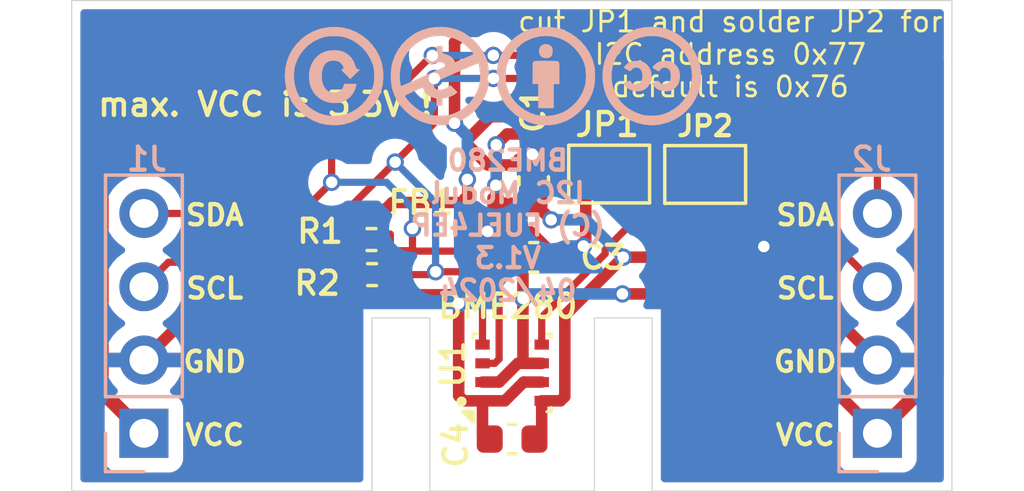
<source format=kicad_pcb>
(kicad_pcb (version 20221018) (generator pcbnew)
  (title_block (title "I2C_Module_BME280_FUEL4EP") (date "2024-04-16") (rev "V1.3") (company "(c) FUEL4EP"))
  (layers (0 "F.Cu" signal) (31 "B.Cu" signal) (34 "B.Paste" user) (35 "F.Paste" user) (36 "B.SilkS" user "B.Silkscreen") (37 "F.SilkS" user "F.Silkscreen") (38 "B.Mask" user) (39 "F.Mask" user) (44 "Edge.Cuts" user))
  (net 0 "")
  (net 1 "VCC")
  (net 2 "GND")
  (net 3 "/SCL")
  (net 4 "/SDA")
  (net 5 "VDDA")
  (net 6 "Net-(JP1-B)")
  (footprint "Capacitor_SMD:C_0603_1608Metric" (layer "F.Cu") (at 16 -10.75 90)
    (fp_text reference "C1" (at 2.45 0 90) (layer "F.SilkS") (effects (font (size 0.8 0.8))))
    (fp_text value "4.7u")
    (fp_line (start -0.14058 -0.51) (end 0.14058 -0.51) (stroke (width 0.12)) (layer "F.SilkS"))
    (fp_line (start -0.14058 0.51) (end 0.14058 0.51) (stroke (width 0.12)) (layer "F.SilkS"))
    (pad "1" smd roundrect (at -0.775 0 90) (size 0.9 0.95) (layers "F.Cu" "F.Paste" "F.Mask") (net 5 "VDDA"))
    (pad "2" smd roundrect (at 0.775 0 90) (size 0.9 0.95) (layers "F.Cu" "F.Paste" "F.Mask") (net 2 "GND"))
  )
  (footprint "Inductor_SMD:L_0402_1005Metric" (layer "F.Cu") (at 14.2 -10)
    (fp_text reference "FB1" (at -2.1 0) (layer "F.SilkS") (effects (font (size 0.8 0.8))))
    (fp_text value "FerriteBead")
    (pad "1" smd roundrect (at -0.485 0) (size 0.59 0.64) (layers "F.Cu" "F.Paste" "F.Mask") (net 1 "VCC"))
    (pad "2" smd roundrect (at 0.485 0) (size 0.59 0.64) (layers "F.Cu" "F.Paste" "F.Mask") (net 5 "VDDA"))
  )
  (footprint "Package_LGA:Bosch_LGA-8_2.5x2.5mm_P0.65mm_ClockwisePinNumbering" (layer "F.Cu") (at 15.25 -4.1 90)
    (fp_text reference "U1" (at 0.3 -2.05 90) (layer "F.SilkS") (effects (font (size 0.8 0.8))))
    (fp_text value "BME280")
    (fp_line (start -1.35 1.35) (end -1.35 1.2) (stroke (width 0.1)) (layer "F.SilkS"))
    (fp_line (start -1.35 1.36) (end -1.2 1.36) (stroke (width 0.1)) (layer "F.SilkS"))
    (fp_line (start 1.2 -1.35) (end 1.35 -1.35) (stroke (width 0.1)) (layer "F.SilkS"))
    (fp_line (start 1.35 -1.35) (end 1.35 -1.2) (stroke (width 0.1)) (layer "F.SilkS"))
    (fp_line (start 1.35 1.35) (end 1.2 1.35) (stroke (width 0.1)) (layer "F.SilkS"))
    (fp_line (start 1.35 1.35) (end 1.35 1.2) (stroke (width 0.1)) (layer "F.SilkS"))
    (fp_poly (pts (xy -1.35 -1.35) (xy -1.71 -1.35) (xy -1.35 -1.71) (xy -1.35 -1.35)) (stroke (width 0.12)) (fill solid) (layer "F.SilkS"))
    (pad "1" smd rect (at -0.975 -1.025 180) (size 0.5 0.35) (layers "F.Cu" "F.Paste" "F.Mask") (net 2 "GND"))
    (pad "2" smd rect (at -0.325 -1.025 180) (size 0.5 0.35) (layers "F.Cu" "F.Paste" "F.Mask") (net 1 "VCC"))
    (pad "3" smd rect (at 0.325 -1.025 180) (size 0.5 0.35) (layers "F.Cu" "F.Paste" "F.Mask") (net 4 "/SDA"))
    (pad "4" smd rect (at 0.975 -1.025 180) (size 0.5 0.35) (layers "F.Cu" "F.Paste" "F.Mask") (net 3 "/SCL"))
    (pad "5" smd rect (at 0.975 1.025 180) (size 0.5 0.35) (layers "F.Cu" "F.Paste" "F.Mask") (net 6 "Net-(JP1-B)"))
    (pad "6" smd rect (at 0.325 1.025 180) (size 0.5 0.35) (layers "F.Cu" "F.Paste" "F.Mask") (net 1 "VCC"))
    (pad "7" smd rect (at -0.325 1.025 180) (size 0.5 0.35) (layers "F.Cu" "F.Paste" "F.Mask") (net 2 "GND"))
    (pad "8" smd rect (at -0.975 1.025 180) (size 0.5 0.35) (layers "F.Cu" "F.Paste" "F.Mask") (net 5 "VDDA"))
  )
  (footprint "Jumper:SolderJumper-2_P1.3mm_Bridged_Pad1.0x1.5mm" (layer "F.Cu") (at 18.61 -10.985)
    (fp_text reference "JP1" (at -0.068 -1.715) (layer "F.SilkS") (effects (font (size 0.8 0.8))))
    (fp_text value "SolderJumper_2_Bridged")
    (fp_poly (pts (xy -0.25 -0.3) (xy 0.25 -0.3) (xy 0.25 0.3) (xy -0.25 0.3)) (fill solid) (layer "F.Cu"))
    (fp_line (start -1.4 -1) (end 1.4 -1) (stroke (width 0.12)) (layer "F.SilkS"))
    (fp_line (start -1.4 1) (end -1.4 -1) (stroke (width 0.12)) (layer "F.SilkS"))
    (fp_line (start 1.4 -1) (end 1.4 1) (stroke (width 0.12)) (layer "F.SilkS"))
    (fp_line (start 1.4 1) (end -1.4 1) (stroke (width 0.12)) (layer "F.SilkS"))
    (pad "1" smd rect (at -0.65 0) (size 1 1.5) (layers "F.Cu" "F.Mask") (net 2 "GND"))
    (pad "2" smd rect (at 0.65 0) (size 1 1.5) (layers "F.Cu" "F.Mask") (net 6 "Net-(JP1-B)"))
  )
  (footprint "Capacitor_SMD:C_0603_1608Metric" (layer "F.Cu") (at 16 -8.1 180)
    (fp_text reference "C3" (at -2.4 0) (layer "F.SilkS") (effects (font (size 0.8 0.8))))
    (fp_text value "100n")
    (fp_line (start -0.14058 -0.51) (end 0.14058 -0.51) (stroke (width 0.12)) (layer "F.SilkS"))
    (fp_line (start -0.14058 0.51) (end 0.14058 0.51) (stroke (width 0.12)) (layer "F.SilkS"))
    (pad "1" smd roundrect (at -0.775 0 180) (size 0.9 0.95) (layers "F.Cu" "F.Paste" "F.Mask") (net 2 "GND"))
    (pad "2" smd roundrect (at 0.775 0 180) (size 0.9 0.95) (layers "F.Cu" "F.Paste" "F.Mask") (net 1 "VCC"))
  )
  (footprint "Resistor_SMD:R_0402_1005Metric" (layer "F.Cu") (at 10.38 -8.715 180)
    (fp_text reference "R1" (at 1.78 0.285) (layer "F.SilkS") (effects (font (size 0.8 0.8))))
    (fp_text value "10k")
    (fp_line (start -0.153641 -0.38) (end 0.153641 -0.38) (stroke (width 0.12)) (layer "F.SilkS"))
    (fp_line (start -0.153641 0.38) (end 0.153641 0.38) (stroke (width 0.12)) (layer "F.SilkS"))
    (pad "1" smd roundrect (at -0.51 0 180) (size 0.54 0.64) (layers "F.Cu" "F.Paste" "F.Mask") (net 4 "/SDA"))
    (pad "2" smd roundrect (at 0.51 0 180) (size 0.54 0.64) (layers "F.Cu" "F.Paste" "F.Mask") (net 1 "VCC"))
  )
  (footprint "Capacitor_SMD:C_0603_1608Metric" (layer "F.Cu") (at 15.25 -1.8)
    (fp_text reference "C4" (at -1.95 0.2 90) (layer "F.SilkS") (effects (font (size 0.8 0.8))))
    (fp_text value "100n")
    (fp_line (start -0.14058 -0.51) (end 0.14058 -0.51) (stroke (width 0.12)) (layer "F.SilkS"))
    (fp_line (start -0.14058 0.51) (end 0.14058 0.51) (stroke (width 0.12)) (layer "F.SilkS"))
    (pad "1" smd roundrect (at -0.775 0) (size 0.9 0.95) (layers "F.Cu" "F.Paste" "F.Mask") (net 2 "GND"))
    (pad "2" smd roundrect (at 0.775 0) (size 0.9 0.95) (layers "F.Cu" "F.Paste" "F.Mask") (net 5 "VDDA"))
  )
  (footprint "Jumper:SolderJumper-2_P1.3mm_Open_Pad1.0x1.5mm" (layer "F.Cu") (at 21.9352 -10.9728)
    (fp_text reference "JP2" (at 0 -1.6764) (layer "F.SilkS") (effects (font (size 0.7 0.7))))
    (fp_text value "SolderJumper_2_Open")
    (fp_line (start -1.4 -1) (end 1.4 -1) (stroke (width 0.12)) (layer "F.SilkS"))
    (fp_line (start -1.4 1) (end -1.4 -1) (stroke (width 0.12)) (layer "F.SilkS"))
    (fp_line (start 1.4 -1) (end 1.4 1) (stroke (width 0.12)) (layer "F.SilkS"))
    (fp_line (start 1.4 1) (end -1.4 1) (stroke (width 0.12)) (layer "F.SilkS"))
    (pad "1" smd rect (at -0.65 0) (size 1 1.5) (layers "F.Cu" "F.Mask") (net 6 "Net-(JP1-B)"))
    (pad "2" smd rect (at 0.65 0) (size 1 1.5) (layers "F.Cu" "F.Mask") (net 5 "VDDA"))
  )
  (footprint "Resistor_SMD:R_0402_1005Metric" (layer "F.Cu") (at 10.4 -7.5 180)
    (fp_text reference "R2" (at 1.9 -0.3) (layer "F.SilkS") (effects (font (size 0.8 0.8))))
    (fp_text value "10k")
    (fp_line (start -0.153641 -0.38) (end 0.153641 -0.38) (stroke (width 0.12)) (layer "F.SilkS"))
    (fp_line (start -0.153641 0.38) (end 0.153641 0.38) (stroke (width 0.12)) (layer "F.SilkS"))
    (pad "1" smd roundrect (at -0.51 0 180) (size 0.54 0.64) (layers "F.Cu" "F.Paste" "F.Mask") (net 3 "/SCL"))
    (pad "2" smd roundrect (at 0.51 0 180) (size 0.54 0.64) (layers "F.Cu" "F.Paste" "F.Mask") (net 1 "VCC"))
  )
  (footprint "Connector_PinHeader_2.54mm:PinHeader_1x04_P2.54mm_Vertical" (layer "B.Cu") (at 2.5 -2)
    (fp_text reference "J1" (at 0.1 -9.5) (layer "B.SilkS") (effects (font (size 0.8 0.8)) (justify mirror)))
    (fp_text value "Conn_01x04")
    (fp_line (start -1.33 -8.95) (end 1.33 -8.95) (stroke (width 0.12)) (layer "B.SilkS"))
    (fp_line (start -1.33 -1.27) (end -1.33 -8.95) (stroke (width 0.12)) (layer "B.SilkS"))
    (fp_line (start -1.33 -1.27) (end 1.33 -1.27) (stroke (width 0.12)) (layer "B.SilkS"))
    (fp_line (start -1.33 0) (end -1.33 1.33) (stroke (width 0.12)) (layer "B.SilkS"))
    (fp_line (start -1.33 1.33) (end 0 1.33) (stroke (width 0.12)) (layer "B.SilkS"))
    (fp_line (start 1.33 -1.27) (end 1.33 -8.95) (stroke (width 0.12)) (layer "B.SilkS"))
    (pad "1" thru_hole rect (at 0 0) (size 1.7 1.7) (drill 1) (layers "*.Cu" "*.Mask") (net 1 "VCC"))
    (pad "2" thru_hole oval (at 0 -2.54) (size 1.7 1.7) (drill 1) (layers "*.Cu" "*.Mask") (net 2 "GND"))
    (pad "3" thru_hole oval (at 0 -5.08) (size 1.7 1.7) (drill 1) (layers "*.Cu" "*.Mask") (net 3 "/SCL"))
    (pad "4" thru_hole oval (at 0 -7.62) (size 1.7 1.7) (drill 1) (layers "*.Cu" "*.Mask") (net 4 "/SDA"))
  )
  (footprint "Connector_PinHeader_2.54mm:PinHeader_1x04_P2.54mm_Vertical" (layer "B.Cu") (at 27.9 -2)
    (fp_text reference "J2" (at -0.2 -9.5) (layer "B.SilkS") (effects (font (size 0.8 0.8)) (justify mirror)))
    (fp_text value "Conn_01x04")
    (fp_line (start -1.33 -8.95) (end 1.33 -8.95) (stroke (width 0.12)) (layer "B.SilkS"))
    (fp_line (start -1.33 -1.27) (end -1.33 -8.95) (stroke (width 0.12)) (layer "B.SilkS"))
    (fp_line (start -1.33 -1.27) (end 1.33 -1.27) (stroke (width 0.12)) (layer "B.SilkS"))
    (fp_line (start -1.33 0) (end -1.33 1.33) (stroke (width 0.12)) (layer "B.SilkS"))
    (fp_line (start -1.33 1.33) (end 0 1.33) (stroke (width 0.12)) (layer "B.SilkS"))
    (fp_line (start 1.33 -1.27) (end 1.33 -8.95) (stroke (width 0.12)) (layer "B.SilkS"))
    (pad "1" thru_hole rect (at 0 0) (size 1.7 1.7) (drill 1) (layers "*.Cu" "*.Mask") (net 1 "VCC"))
    (pad "2" thru_hole oval (at 0 -2.54) (size 1.7 1.7) (drill 1) (layers "*.Cu" "*.Mask") (net 2 "GND"))
    (pad "3" thru_hole oval (at 0 -5.08) (size 1.7 1.7) (drill 1) (layers "*.Cu" "*.Mask") (net 3 "/SCL"))
    (pad "4" thru_hole oval (at 0 -7.62) (size 1.7 1.7) (drill 1) (layers "*.Cu" "*.Mask") (net 4 "/SDA"))
  )
  (footprint "FUEL4EP:CC-BY-ND-SA" (layer "B.Cu") (at 14.6 -14.4 180)
    (fp_text reference "LOGO1" hide)
    (fp_text value "Logo_Open_Hardware_Small" hide)
    (fp_poly (pts (xy -1.758829 1.081206) (xy -1.681066 1.051401) (xy -1.644833 1.023028) (xy -1.602485 0.957461) (xy -1.58392 0.876987) (xy -1.588425 0.792509) (xy -1.615287 0.714933) (xy -1.663794 0.655164) (xy -1.669155 0.651061) (xy -1.734456 0.620972) (xy -1.816263 0.607523) (xy -1.897774 0.612956) (xy -1.917466 0.617925) (xy -1.983336 0.650778) (xy -2.025596 0.704563) (xy -2.046664 0.783464) (xy -2.050143 0.847485) (xy -2.048325 0.914308) (xy -2.040276 0.957618) (xy -2.022101 0.990111) (xy -1.998444 1.016061) (xy -1.928279 1.063325) (xy -1.844821 1.08511) (xy -1.758829 1.081206)) (stroke (width 0.01)) (fill solid) (layer "B.SilkS"))
    (fp_poly (pts (xy -1.684775 0.507665) (xy -1.582561 0.506458) (xy -1.507467 0.504075) (xy -1.454911 0.500211) (xy -1.420315 0.494563) (xy -1.399096 0.486826) (xy -1.389225 0.47949) (xy -1.379373 0.464706) (xy -1.37202 0.4396) (xy -1.366826 0.399396) (xy -1.363449 0.339319) (xy -1.361547 0.254593) (xy -1.36078 0.140441) (xy -1.360715 0.080347) (xy -1.360715 -0.290286) (xy -1.560286 -0.290286) (xy -1.560286 -1.124857) (xy -2.086429 -1.124857) (xy -2.086429 -0.290286) (xy -2.286 -0.290286) (xy -2.286 0.078831) (xy -2.285741 0.204694) (xy -2.284688 0.299273) (xy -2.282423 0.367566) (xy -2.278533 0.414571) (xy -2.272602 0.445289) (xy -2.264213 0.464717) (xy -2.252952 0.477856) (xy -2.252822 0.477974) (xy -2.237759 0.487929) (xy -2.214354 0.495451) (xy -2.17789 0.500868) (xy -2.123652 0.504505) (xy -2.046921 0.506688) (xy -1.942983 0.507744) (xy -1.818689 0.508) (xy -1.684775 0.507665)) (stroke (width 0.01)) (fill solid) (layer "B.SilkS"))
    (fp_poly (pts (xy -5.843953 0.500439) (xy -5.757446 0.482839) (xy -5.749031 0.480035) (xy -5.700535 0.455967) (xy -5.644831 0.418203) (xy -5.590408 0.373943) (xy -5.545751 0.33039) (xy -5.519348 0.294746) (xy -5.515644 0.281973) (xy -5.53052 0.264326) (xy -5.569301 0.236276) (xy -5.623252 0.204088) (xy -5.730645 0.145104) (xy -5.769091 0.199097) (xy -5.828835 0.254083) (xy -5.904 0.280239) (xy -5.984781 0.27482) (xy -6.009283 0.266361) (xy -6.072088 0.228314) (xy -6.113801 0.172277) (xy -6.13806 0.091943) (xy -6.14572 0.029835) (xy -6.145108 -0.086167) (xy -6.121607 -0.177082) (xy -6.074001 -0.246926) (xy -6.057111 -0.262478) (xy -5.991622 -0.298108) (xy -5.916913 -0.309361) (xy -5.843584 -0.297538) (xy -5.782234 -0.263942) (xy -5.750213 -0.224782) (xy -5.728724 -0.194672) (xy -5.701887 -0.184365) (xy -5.662118 -0.194242) (xy -5.601833 -0.224686) (xy -5.587104 -0.233015) (xy -5.49678 -0.284602) (xy -5.571814 -0.369845) (xy -5.658971 -0.452843) (xy -5.751414 -0.505228) (xy -5.859562 -0.531957) (xy -5.923643 -0.537288) (xy -5.996805 -0.538034) (xy -6.063044 -0.534665) (xy -6.105072 -0.528499) (xy -6.218229 -0.481018) (xy -6.316183 -0.404686) (xy -6.391717 -0.306046) (xy -6.422688 -0.240452) (xy -6.45238 -0.117926) (xy -6.458053 0.016497) (xy -6.439748 0.147547) (xy -6.421555 0.207195) (xy -6.373897 0.296042) (xy -6.303931 0.37868) (xy -6.221605 0.445362) (xy -6.136867 0.486341) (xy -6.136564 0.486432) (xy -6.049851 0.502506) (xy -5.946868 0.507085) (xy -5.843953 0.500439)) (stroke (width 0.01)) (fill solid) (layer "B.SilkS"))
    (fp_poly (pts (xy -4.925138 0.505796) (xy -4.81855 0.491246) (xy -4.726924 0.463993) (xy -4.693669 0.447651) (xy -4.639115 0.409823) (xy -4.588988 0.365166) (xy -4.550081 0.321093) (xy -4.529184 0.285019) (xy -4.529165 0.268063) (xy -4.549131 0.252659) (xy -4.592001 0.22733) (xy -4.641358 0.20123) (xy -4.744357 0.149271) (xy -4.777776 0.193653) (xy -4.817814 0.232366) (xy -4.869336 0.265727) (xy -4.872397 0.267221) (xy -4.947499 0.28463) (xy -5.023094 0.271287) (xy -5.087866 0.230532) (xy -5.116265 0.195244) (xy -5.152204 0.107439) (xy -5.165591 0.007448) (xy -5.157294 -0.093932) (xy -5.128182 -0.185902) (xy -5.079925 -0.256867) (xy -5.0414 -0.288969) (xy -4.999968 -0.304281) (xy -4.939733 -0.308413) (xy -4.93386 -0.308429) (xy -4.874027 -0.305564) (xy -4.833513 -0.292248) (xy -4.795506 -0.2614) (xy -4.777066 -0.242382) (xy -4.714776 -0.176335) (xy -4.624054 -0.218826) (xy -4.57219 -0.244896) (xy -4.535268 -0.266765) (xy -4.524183 -0.276124) (xy -4.527781 -0.301789) (xy -4.554432 -0.341255) (xy -4.597453 -0.387528) (xy -4.650161 -0.433616) (xy -4.705872 -0.472524) (xy -4.719126 -0.480114) (xy -4.824046 -0.520178) (xy -4.944788 -0.539238) (xy -5.06673 -0.536033) (xy -5.152572 -0.517493) (xy -5.26254 -0.463284) (xy -5.353645 -0.37893) (xy -5.418378 -0.277249) (xy -5.44427 -0.218917) (xy -5.459545 -0.165976) (xy -5.466834 -0.104803) (xy -5.468772 -0.021776) (xy -5.468776 -0.016534) (xy -5.467255 0.066199) (xy -5.460852 0.126179) (xy -5.446806 0.176873) (xy -5.422354 0.231753) (xy -5.414807 0.246699) (xy -5.344396 0.350781) (xy -5.253868 0.432217) (xy -5.150323 0.484924) (xy -5.12913 0.49136) (xy -5.03317 0.506286) (xy -4.925138 0.505796)) (stroke (width 0.01)) (fill solid) (layer "B.SilkS"))
    (fp_poly (pts (xy 5.631663 0.869092) (xy 5.756036 0.849657) (xy 5.808844 0.835608) (xy 5.958363 0.770394) (xy 6.089457 0.675837) (xy 6.199517 0.555252) (xy 6.285937 0.411952) (xy 6.346109 0.249251) (xy 6.371997 0.119868) (xy 6.382633 -0.074657) (xy 6.361671 -0.257556) (xy 6.30983 -0.425875) (xy 6.227827 -0.576658) (xy 6.190782 -0.626424) (xy 6.067105 -0.752147) (xy 5.923981 -0.84844) (xy 5.76494 -0.913961) (xy 5.593512 -0.947365) (xy 5.413228 -0.947307) (xy 5.363715 -0.941412) (xy 5.210463 -0.901754) (xy 5.07216 -0.831164) (xy 4.952761 -0.733294) (xy 4.856223 -0.611792) (xy 4.786504 -0.470308) (xy 4.76108 -0.385536) (xy 4.738558 -0.290286) (xy 5.166406 -0.290286) (xy 5.186431 -0.36981) (xy 5.221372 -0.44617) (xy 5.280267 -0.514618) (xy 5.351973 -0.56355) (xy 5.384225 -0.575773) (xy 5.429607 -0.583324) (xy 5.494601 -0.588232) (xy 5.54443 -0.589337) (xy 5.653061 -0.574945) (xy 5.743656 -0.530985) (xy 5.819732 -0.455288) (xy 5.858714 -0.395772) (xy 5.906243 -0.285879) (xy 5.934892 -0.161405) (xy 5.945233 -0.02991) (xy 5.937837 0.101048) (xy 5.913276 0.223909) (xy 5.872121 0.331115) (xy 5.814946 0.415105) (xy 5.795987 0.433571) (xy 5.706483 0.489204) (xy 5.600325 0.518149) (xy 5.48637 0.519526) (xy 5.373472 0.492452) (xy 5.341462 0.478806) (xy 5.280718 0.435252) (xy 5.227647 0.371815) (xy 5.192726 0.302371) (xy 5.18568 0.272521) (xy 5.188127 0.238198) (xy 5.214096 0.221725) (xy 5.230231 0.218092) (xy 5.249984 0.213251) (xy 5.258418 0.204984) (xy 5.252666 0.188932) (xy 5.229859 0.160738) (xy 5.187131 0.116041) (xy 5.121614 0.050484) (xy 5.116838 0.045735) (xy 4.953 -0.117172) (xy 4.78912 0.045735) (xy 4.625239 0.208643) (xy 4.684798 0.217714) (xy 4.72315 0.227831) (xy 4.746464 0.250297) (xy 4.764522 0.295733) (xy 4.768339 0.308429) (xy 4.831988 0.475308) (xy 4.916613 0.61287) (xy 5.022946 0.72191) (xy 5.151719 0.803223) (xy 5.263314 0.846445) (xy 5.371321 0.867763) (xy 5.498764 0.875219) (xy 5.631663 0.869092)) (stroke (width 0.01)) (fill solid) (layer "B.SilkS"))
    (fp_poly (pts (xy -5.209548 1.665688) (xy -5.011275 1.624538) (xy -4.972053 1.612777) (xy -4.7484 1.523512) (xy -4.539651 1.404256) (xy -4.349534 1.258324) (xy -4.181776 1.089031) (xy -4.040104 0.899692) (xy -3.928245 0.693624) (xy -3.921431 0.678206) (xy -3.84411 0.458242) (xy -3.797539 0.228325) (xy -3.781301 -0.006356) (xy -3.794982 -0.240611) (xy -3.838168 -0.469251) (xy -3.910442 -0.687086) (xy -4.01139 -0.888927) (xy -4.051842 -0.9525) (xy -4.199518 -1.140499) (xy -4.371038 -1.305048) (xy -4.562485 -1.444516) (xy -4.769941 -1.557273) (xy -4.989492 -1.641687) (xy -5.217219 -1.696128) (xy -5.449207 -1.718963) (xy -5.681539 -1.708563) (xy -5.814786 -1.686684) (xy -6.061183 -1.617314) (xy -6.28875 -1.516971) (xy -6.496853 -1.386071) (xy -6.684853 -1.22503) (xy -6.852113 -1.034264) (xy -6.887783 -0.985947) (xy -7.009938 -0.784507) (xy -7.101444 -0.567448) (xy -7.161776 -0.339383) (xy -7.190409 -0.104923) (xy -7.188641 0.011407) (xy -6.882572 0.011407) (xy -6.870738 -0.196538) (xy -6.826092 -0.401799) (xy -6.748416 -0.601129) (xy -6.637496 -0.79128) (xy -6.579925 -0.86891) (xy -6.433303 -1.025609) (xy -6.261635 -1.160442) (xy -6.07167 -1.269028) (xy -5.87016 -1.346981) (xy -5.823857 -1.359867) (xy -5.67923 -1.385972) (xy -5.516996 -1.396701) (xy -5.351947 -1.392064) (xy -5.198876 -1.372073) (xy -5.142581 -1.359329) (xy -4.989449 -1.307458) (xy -4.830059 -1.232836) (xy -4.678485 -1.142765) (xy -4.568807 -1.061597) (xy -4.415184 -0.911264) (xy -4.289824 -0.740698) (xy -4.193725 -0.553611) (xy -4.12789 -0.353716) (xy -4.093317 -0.144726) (xy -4.091008 0.069647) (xy -4.121961 0.285689) (xy -4.164746 0.438252) (xy -4.237973 0.612176) (xy -4.336239 0.772571) (xy -4.464267 0.926713) (xy -4.516151 0.979714) (xy -4.684396 1.123003) (xy -4.865355 1.233195) (xy -5.061537 1.311404) (xy -5.275449 1.358743) (xy -5.400447 1.371946) (xy -5.62394 1.369882) (xy -5.839153 1.333056) (xy -6.043454 1.26245) (xy -6.234208 1.159049) (xy -6.408782 1.023834) (xy -6.457106 0.977712) (xy -6.606097 0.805066) (xy -6.723355 0.618865) (xy -6.808664 0.422356) (xy -6.861809 0.218788) (xy -6.882572 0.011407) (xy -7.188641 0.011407) (xy -7.186817 0.131323) (xy -7.150476 0.364741) (xy -7.080859 0.590721) (xy -7.070352 0.616857) (xy -6.960716 0.837412) (xy -6.822852 1.039041) (xy -6.659913 1.218727) (xy -6.475054 1.373451) (xy -6.271427 1.500196) (xy -6.052187 1.595945) (xy -6.044305 1.598686) (xy -5.850616 1.649898) (xy -5.639843 1.678229) (xy -5.422613 1.683539) (xy -5.209548 1.665688)) (stroke (width 0.01)) (fill solid) (layer "B.SilkS"))
    (fp_poly (pts (xy 5.670842 1.677935) (xy 5.915989 1.63849) (xy 6.050643 1.601909) (xy 6.269262 1.514938) (xy 6.474607 1.395684) (xy 6.663296 1.246777) (xy 6.831945 1.070844) (xy 6.962883 0.892993) (xy 7.071921 0.691595) (xy 7.150769 0.474874) (xy 7.199461 0.247583) (xy 7.218029 0.014479) (xy 7.206508 -0.219682) (xy 7.164931 -0.450144) (xy 7.09333 -0.672153) (xy 6.99174 -0.880951) (xy 6.949976 -0.948698) (xy 6.811165 -1.129568) (xy 6.644386 -1.293309) (xy 6.455571 -1.435725) (xy 6.250655 -1.552615) (xy 6.035573 -1.639782) (xy 5.930782 -1.669753) (xy 5.763154 -1.700578) (xy 5.581777 -1.715724) (xy 5.400261 -1.714879) (xy 5.232217 -1.697733) (xy 5.17534 -1.687012) (xy 4.941487 -1.621211) (xy 4.729088 -1.529022) (xy 4.533181 -1.407644) (xy 4.348806 -1.254278) (xy 4.270165 -1.176054) (xy 4.111735 -0.985678) (xy 3.986368 -0.780431) (xy 3.894291 -0.560879) (xy 3.83573 -0.327589) (xy 3.810911 -0.08113) (xy 3.81 -0.02224) (xy 3.810835 -0.007953) (xy 4.121254 -0.007953) (xy 4.124758 -0.146854) (xy 4.13872 -0.270671) (xy 4.144659 -0.301355) (xy 4.206645 -0.50465) (xy 4.299913 -0.695355) (xy 4.420897 -0.8702) (xy 4.566033 -1.025918) (xy 4.731755 -1.159241) (xy 4.914498 -1.2669) (xy 5.110698 -1.345626) (xy 5.316789 -1.392153) (xy 5.337499 -1.394872) (xy 5.49535 -1.403679) (xy 5.664778 -1.395219) (xy 5.826203 -1.370751) (xy 5.869071 -1.360751) (xy 6.056878 -1.295399) (xy 6.239622 -1.198982) (xy 6.410435 -1.076679) (xy 6.562449 -0.933665) (xy 6.688794 -0.775117) (xy 6.727552 -0.713739) (xy 6.813562 -0.533659) (xy 6.872816 -0.335649) (xy 6.904311 -0.127345) (xy 6.907043 0.083619) (xy 6.880007 0.28961) (xy 6.866866 0.345744) (xy 6.799893 0.535577) (xy 6.701334 0.717408) (xy 6.575816 0.885598) (xy 6.42796 1.034507) (xy 6.262392 1.158496) (xy 6.147519 1.223027) (xy 6.017285 1.282756) (xy 5.90246 1.32426) (xy 5.790443 1.350436) (xy 5.668632 1.364183) (xy 5.524424 1.3684) (xy 5.515428 1.368413) (xy 5.338795 1.361192) (xy 5.184248 1.337577) (xy 5.040251 1.29482) (xy 4.895269 1.230173) (xy 4.862285 1.212842) (xy 4.682817 1.096421) (xy 4.520049 0.951294) (xy 4.378505 0.782938) (xy 4.262708 0.596828) (xy 4.17718 0.398441) (xy 4.168965 0.373438) (xy 4.143811 0.264774) (xy 4.127756 0.133449) (xy 4.121254 -0.007953) (xy 3.810835 -0.007953) (xy 3.824302 0.222432) (xy 3.868255 0.448631) (xy 3.94343 0.660866) (xy 4.051396 0.863645) (xy 4.182697 1.047804) (xy 4.349783 1.228665) (xy 4.537058 1.380734) (xy 4.741512 1.503119) (xy 4.960129 1.594925) (xy 5.189899 1.655259) (xy 5.427807 1.683227) (xy 5.670842 1.677935)) (stroke (width 0.01)) (fill solid) (layer "B.SilkS"))
    (fp_poly (pts (xy -1.636143 1.67626) (xy -1.403079 1.637746) (xy -1.179769 1.568814) (xy -0.986833 1.478224) (xy -0.779738 1.342441) (xy -0.59637 1.181093) (xy -0.43897 0.997087) (xy -0.309774 0.793329) (xy -0.211024 0.572727) (xy -0.159912 0.40461) (xy -0.134681 0.264319) (xy -0.120853 0.10248) (xy -0.118435 -0.06821) (xy -0.127432 -0.235057) (xy -0.147849 -0.385362) (xy -0.159515 -0.439225) (xy -0.230871 -0.66252) (xy -0.33074 -0.8663) (xy -0.461523 -1.054705) (xy -0.61078 -1.2176) (xy -0.806204 -1.384306) (xy -1.015784 -1.517926) (xy -1.241457 -1.619542) (xy -1.437722 -1.679217) (xy -1.538577 -1.697202) (xy -1.66278 -1.709235) (xy -1.797834 -1.714997) (xy -1.931241 -1.71417) (xy -2.050505 -1.706436) (xy -2.119685 -1.696588) (xy -2.351131 -1.637328) (xy -2.562754 -1.551066) (xy -2.759209 -1.435249) (xy -2.945147 -1.287321) (xy -3.050044 -1.185764) (xy -3.208286 -1.001506) (xy -3.33287 -0.808922) (xy -3.426197 -0.603741) (xy -3.482731 -0.416289) (xy -3.501917 -0.306727) (xy -3.514317 -0.173881) (xy -3.519754 -0.029675) (xy -3.519671 -0.022607) (xy -3.211167 -0.022607) (xy -3.204215 -0.178655) (xy -3.183128 -0.319429) (xy -3.177241 -0.344413) (xy -3.107204 -0.548893) (xy -3.004823 -0.74173) (xy -2.873454 -0.917767) (xy -2.716456 -1.071846) (xy -2.689246 -1.094066) (xy -2.577706 -1.177798) (xy -2.476587 -1.241164) (xy -2.372813 -1.291442) (xy -2.256932 -1.334699) (xy -2.05299 -1.384973) (xy -1.838685 -1.40412) (xy -1.622769 -1.391855) (xy -1.460643 -1.360751) (xy -1.271461 -1.294796) (xy -1.089039 -1.197656) (xy -0.919259 -1.074171) (xy -0.768003 -0.929184) (xy -0.641153 -0.767536) (xy -0.553937 -0.614403) (xy -0.500362 -0.489954) (xy -0.463582 -0.374559) (xy -0.441035 -0.25607) (xy -0.430159 -0.122342) (xy -0.428125 -0.018143) (xy -0.431493 0.126899) (xy -0.444246 0.248906) (xy -0.469301 0.360547) (xy -0.509572 0.474491) (xy -0.567975 0.603408) (xy -0.57396 0.615647) (xy -0.614333 0.693833) (xy -0.653441 0.758067) (xy -0.698448 0.817893) (xy -0.756517 0.882857) (xy -0.832654 0.960361) (xy -0.926642 1.050032) (xy -1.00769 1.118049) (xy -1.084943 1.171551) (xy -1.15225 1.209794) (xy -1.360218 1.29886) (xy -1.576631 1.354014) (xy -1.797434 1.374956) (xy -2.018577 1.361389) (xy -2.236007 1.313013) (xy -2.293345 1.294018) (xy -2.476559 1.21055) (xy -2.649753 1.09605) (xy -2.808183 0.955386) (xy -2.947102 0.793426) (xy -3.061764 0.615039) (xy -3.147424 0.425093) (xy -3.151415 0.413789) (xy -3.184347 0.285953) (xy -3.204404 0.136375) (xy -3.211167 -0.022607) (xy -3.519671 -0.022607) (xy -3.518052 0.113967) (xy -3.509036 0.24512) (xy -3.493989 0.345158) (xy -3.427876 0.571279) (xy -3.329181 0.786611) (xy -3.200928 0.987354) (xy -3.046142 1.169705) (xy -2.867847 1.329863) (xy -2.669069 1.464024) (xy -2.556978 1.523035) (xy -2.339379 1.607745) (xy -2.109742 1.661415) (xy -1.873514 1.684202) (xy -1.636143 1.67626)) (stroke (width 0.01)) (fill solid) (layer "B.SilkS"))
    (fp_poly (pts (xy 2.004497 1.677952) (xy 2.239964 1.640843) (xy 2.466241 1.573957) (xy 2.677838 1.477988) (xy 2.781126 1.416245) (xy 2.980099 1.265197) (xy 3.152477 1.090769) (xy 3.296565 0.895326) (xy 3.41067 0.681233) (xy 3.493097 0.450855) (xy 3.504902 0.405983) (xy 3.530828 0.262819) (xy 3.544851 0.098346) (xy 3.546966 -0.074642) (xy 3.53717 -0.24335) (xy 3.515455 -0.394984) (xy 3.505228 -0.440896) (xy 3.435023 -0.661014) (xy 3.337718 -0.86115) (xy 3.210384 -1.046302) (xy 3.050096 -1.221468) (xy 3.045444 -1.225952) (xy 2.879178 -1.371149) (xy 2.711865 -1.486251) (xy 2.534883 -1.576649) (xy 2.404276 -1.626876) (xy 2.175011 -1.687526) (xy 1.937941 -1.717256) (xy 1.701738 -1.715379) (xy 1.542143 -1.695) (xy 1.316831 -1.636381) (xy 1.100807 -1.54555) (xy 0.897824 -1.425774) (xy 0.711631 -1.280321) (xy 0.54598 -1.112458) (xy 0.404622 -0.925453) (xy 0.291308 -0.722574) (xy 0.221183 -0.544286) (xy 0.187458 -0.42911) (xy 0.16476 -0.32333) (xy 0.151773 -0.215805) (xy 0.147183 -0.09539) (xy 0.148609 -0.012653) (xy 0.453886 -0.012653) (xy 0.462432 -0.189028) (xy 0.489328 -0.345411) (xy 0.537478 -0.494643) (xy 0.588379 -0.607786) (xy 0.705747 -0.806105) (xy 0.847631 -0.977745) (xy 1.014726 -1.123399) (xy 1.207726 -1.243761) (xy 1.244985 -1.262654) (xy 1.356604 -1.313919) (xy 1.456625 -1.350444) (xy 1.555093 -1.37419) (xy 1.662052 -1.387115) (xy 1.787548 -1.391182) (xy 1.895928 -1.389701) (xy 2.011783 -1.385462) (xy 2.100421 -1.378873) (xy 2.170889 -1.368794) (xy 2.232236 -1.354087) (xy 2.267465 -1.342897) (xy 2.432452 -1.278043) (xy 2.575614 -1.201601) (xy 2.708674 -1.106262) (xy 2.843352 -0.984717) (xy 2.846005 -0.982105) (xy 2.924337 -0.900668) (xy 2.987461 -0.826668) (xy 3.032432 -0.764215) (xy 3.056307 -0.717421) (xy 3.056142 -0.690396) (xy 3.055431 -0.689619) (xy 3.03471 -0.677732) (xy 2.987457 -0.654544) (xy 2.920282 -0.623012) (xy 2.839792 -0.586097) (xy 2.752595 -0.546758) (xy 2.6653 -0.507955) (xy 2.584516 -0.472646) (xy 2.516849 -0.443792) (xy 2.468909 -0.424352) (xy 2.447347 -0.417286) (xy 2.433463 -0.432531) (xy 2.416458 -0.469726) (xy 2.4147 -0.474635) (xy 2.361869 -0.573238) (xy 2.279408 -0.658617) (xy 2.172931 -0.726175) (xy 2.054208 -0.769775) (xy 1.9685 -0.791694) (xy 1.966376 -0.917454) (xy 1.964253 -1.043214) (xy 1.768928 -1.043214) (xy 1.758358 -0.78466) (xy 1.651666 -0.772589) (xy 1.556675 -0.75144) (xy 1.45191 -0.711814) (xy 1.353461 -0.660683) (xy 1.289366 -0.615597) (xy 1.245231 -0.578461) (xy 1.365851 -0.457841) (xy 1.486471 -0.337222) (xy 1.52814 -0.376367) (xy 1.599844 -0.42682) (xy 1.688433 -0.464262) (xy 1.784297 -0.487079) (xy 1.877826 -0.493657) (xy 1.959408 -0.482382) (xy 2.012083 -0.457629) (xy 2.041772 -0.429061) (xy 2.055706 -0.392767) (xy 2.059214 -0.334737) (xy 2.059214 -0.33372) (xy 2.057109 -0.27913) (xy 2.04614 -0.247513) (xy 2.019323 -0.225605) (xy 1.995714 -0.213102) (xy 1.944855 -0.188646) (xy 1.869545 -0.153905) (xy 1.773873 -0.110654) (xy 1.661926 -0.06067) (xy 1.537793 -0.005728) (xy 1.40556 0.052397) (xy 1.269315 0.111929) (xy 1.133145 0.171093) (xy 1.00114 0.228113) (xy 0.877385 0.281213) (xy 0.765969 0.328618) (xy 0.67098 0.368552) (xy 0.596505 0.39924) (xy 0.546631 0.418906) (xy 0.525446 0.425775) (xy 0.525079 0.4257) (xy 0.509594 0.399671) (xy 0.493846 0.345314) (xy 0.479123 0.270558) (xy 0.466712 0.183325) (xy 0.457899 0.091544) (xy 0.453974 0.003139) (xy 0.453886 -0.012653) (xy 0.148609 -0.012653) (xy 0.149673 0.049056) (xy 0.150016 0.058632) (xy 0.170045 0.288086) (xy 0.213987 0.494986) (xy 0.284269 0.686021) (xy 0.321729 0.754798) (xy 0.68963 0.754798) (xy 0.705166 0.738069) (xy 0.745722 0.713385) (xy 0.802544 0.686068) (xy 0.803022 0.685861) (xy 0.866491 0.658202) (xy 0.951129 0.621009) (xy 1.044976 0.579548) (xy 1.120374 0.54608) (xy 1.324534 0.455224) (xy 1.36126 0.527213) (xy 1.426479 0.615262) (xy 1.522788 0.685016) (xy 1.649796 0.736222) (xy 1.709964 0.751645) (xy 1.736079 0.759245) (xy 1.750997 0.7733) (xy 1.75785 0.802453) (xy 1.759769 0.855343) (xy 1.759857 0.889346) (xy 1.759857 1.016) (xy 1.959428 1.016) (xy 1.959428 0.763644) (xy 2.027464 0.752492) (xy 2.110114 0.733338) (xy 2.198444 0.703976) (xy 2.279314 0.669466) (xy 2.339584 0.634867) (xy 2.346385 0.629703) (xy 2.396383 0.589643) (xy 2.177621 0.373537) (xy 2.091696 0.415283) (xy 1.999013 0.449818) (xy 1.906475 0.465989) (xy 1.820922 0.464512) (xy 1.749195 0.446104) (xy 1.698134 0.411481) (xy 1.67656 0.371796) (xy 1.67292 0.330936) (xy 1.68045 0.308027) (xy 1.70022 0.297221) (xy 1.749075 0.273733) (xy 1.822903 0.23939) (xy 1.917596 0.196024) (xy 2.029046 0.145462) (xy 2.153142 0.089536) (xy 2.285775 0.030073) (xy 2.422837 -0.031096) (xy 2.560218 -0.092142) (xy 2.693809 -0.151236) (xy 2.819501 -0.206547) (xy 2.933184 -0.256248) (xy 3.03075 -0.298508) (xy 3.108089 -0.331498) (xy 3.161091 -0.353388) (xy 3.185649 -0.362349) (xy 3.186492 -0.362469) (xy 3.204742 -0.347183) (xy 3.217829 -0.312964) (xy 3.240011 -0.150735) (xy 3.242527 0.027907) (xy 3.226174 0.209412) (xy 3.191753 0.38023) (xy 3.173303 0.441931) (xy 3.098341 0.614798) (xy 2.992572 0.78221) (xy 2.861473 0.938372) (xy 2.710522 1.077488) (xy 2.545195 1.193762) (xy 2.385748 1.275307) (xy 2.183792 1.341028) (xy 1.972543 1.3741) (xy 1.757563 1.374978) (xy 1.544415 1.344119) (xy 1.338661 1.281978) (xy 1.145866 1.189011) (xy 1.116601 1.171312) (xy 1.060957 1.132024) (xy 0.994994 1.07838) (xy 0.924194 1.01573) (xy 0.854044 0.949424) (xy 0.790028 0.884813) (xy 0.737631 0.827246) (xy 0.702338 0.782075) (xy 0.68963 0.754798) (xy 0.321729 0.754798) (xy 0.383319 0.867877) (xy 0.505043 1.036698) (xy 0.651739 1.197408) (xy 0.818283 1.341616) (xy 0.997318 1.464061) (xy 1.181489 1.559483) (xy 1.297846 1.603681) (xy 1.527949 1.660064) (xy 1.765329 1.68459) (xy 2.004497 1.677952)) (stroke (width 0.01)) (fill solid) (layer "B.SilkS"))
  )
  (gr_circle (center 13.5 -3.1) (end 13.6 -3.1) (stroke (width 0.1524)) (fill solid) (layer "F.SilkS"))
  (gr_line (start 10.4 0) (end 0 0) (stroke (width 0.0381)) (layer "Edge.Cuts"))
  (gr_line (start 20.1 -6) (end 18.1 -6) (stroke (width 0.0381)) (layer "Edge.Cuts"))
  (gr_line (start 10.4 -6) (end 12.4 -6) (stroke (width 0.0381)) (layer "Edge.Cuts"))
  (gr_line (start 20.1 0) (end 20.1 -6) (stroke (width 0.0381)) (layer "Edge.Cuts"))
  (gr_line (start 10.4 0) (end 10.4 -6) (stroke (width 0.0381)) (layer "Edge.Cuts"))
  (gr_line (start 30.48 0) (end 20.1 0) (stroke (width 0.0381)) (layer "Edge.Cuts"))
  (gr_line (start 0 -17) (end 0 0) (stroke (width 0.0381)) (layer "Edge.Cuts"))
  (gr_line (start 0 -17) (end 30.48 -17) (stroke (width 0.0381)) (layer "Edge.Cuts"))
  (gr_line (start 18.1 0) (end 12.4 0) (stroke (width 0.0381)) (layer "Edge.Cuts"))
  (gr_line (start 12.4 -6) (end 12.4 0) (stroke (width 0.0381)) (layer "Edge.Cuts"))
  (gr_line (start 18.1 -6) (end 18.1 0) (stroke (width 0.0381)) (layer "Edge.Cuts"))
  (gr_line (start 30.48 -17) (end 30.48 0) (stroke (width 0.0381)) (layer "Edge.Cuts"))
  (gr_text "BME280\nI2C Modul\n(C) FUEL4EP\nV1.3\n04/2024" (at 15.1 -9.2) (layer "B.SilkS") (effects (font (size 0.7 0.7) (thickness 0.1524)) (justify mirror)))
  (gr_text "SCL\n" (at 4.953 -7.02) (layer "F.SilkS") (effects (font (size 0.7 0.7))))
  (gr_text "SDA" (at 25.4 -9.56) (layer "F.SilkS") (effects (font (size 0.7 0.7))))
  (gr_text "GND\n" (at 25.4 -4.48) (layer "F.SilkS") (effects (font (size 0.7 0.7))))
  (gr_text "GND\n" (at 4.953 -4.48) (layer "F.SilkS") (effects (font (size 0.7 0.7))))
  (gr_text "SCL\n" (at 25.4 -7.02) (layer "F.SilkS") (effects (font (size 0.7 0.7))))
  (gr_text "VCC\n" (at 4.953 -1.94) (layer "F.SilkS") (effects (font (size 0.7 0.7))))
  (gr_text "cut JP1 and solder JP2 for\nI2C address 0x77\ndefault is 0x76\n" (at 22.8092 -15.1384) (layer "F.SilkS") (effects (font (size 0.7 0.7) (thickness 0.1))))
  (gr_text "BME280" (at 15.1 -6.4) (layer "F.SilkS") (effects (font (size 0.8128 0.8128) (thickness 0.1524))))
  (gr_text "SDA" (at 4.953 -9.56) (layer "F.SilkS") (effects (font (size 0.7 0.7))))
  (gr_text "VCC\n" (at 25.4 -1.94) (layer "F.SilkS") (effects (font (size 0.7 0.7))))
  (gr_text "max. VCC is 3.3V !" (at 6.7 -13.4) (layer "F.SilkS") (effects (font (size 0.8 0.8) (thickness 0.1524))))
  (segment (start 1.672685 -16.21) (end 1.8 -16.21) (width 0.5) (layer "F.Cu") (net 1))
  (segment (start 15.45 -4.425) (end 14.8 -3.775) (width 0.4) (layer "F.Cu") (net 1))
  (segment (start 9.87 -8.771604) (end 11.098396 -10) (width 0.4) (layer "F.Cu") (net 1))
  (segment (start 29.945 -4.045) (end 29.945 -14.868858) (width 0.5) (layer "F.Cu") (net 1))
  (segment (start 23.068742 -6.831258) (end 19.068742 -6.831258) (width 0.4) (layer "F.Cu") (net 1))
  (segment (start 14.8 -3.775) (end 14.225 -3.775) (width 0.4) (layer "F.Cu") (net 1))
  (segment (start 13.256717 -15.556717) (end 13.256717 -12.747565) (width 0.4) (layer "F.Cu") (net 1))
  (segment (start 1.8 -16.21) (end 13.91 -16.21) (width 0.5) (layer "F.Cu") (net 1))
  (segment (start 13.7005 -8.710257) (end 14.310757 -8.1) (width 0.4) (layer "F.Cu") (net 1))
  (segment (start 9.87 -8.315) (end 9.87 -7.77) (width 0.4) (layer "F.Cu") (net 1))
  (segment (start 13.91 -16.21) (end 28.603858 -16.21) (width 0.5) (layer "F.Cu") (net 1))
  (segment (start 29.945 -14.868858) (end 28.603858 -16.21) (width 0.5) (layer "F.Cu") (net 1))
  (segment (start 11.098396 -10) (end 13.715 -10) (width 0.4) (layer "F.Cu") (net 1))
  (segment (start 13.7005 -9.289743) (end 13.7005 -8.710257) (width 0.4) (layer "F.Cu") (net 1))
  (segment (start 13.715 -10) (end 13.715 -9.304243) (width 0.4) (layer "F.Cu") (net 1))
  (segment (start 15.625 -4.5) (end 15.625 -7.7) (width 0.4) (layer "F.Cu") (net 1))
  (segment (start 27.9 -2) (end 23.068742 -6.831258) (width 0.4) (layer "F.Cu") (net 1))
  (segment (start 13.715 -10) (end 13.715 -10.785) (width 0.4) (layer "F.Cu") (net 1))
  (segment (start 27.9 -2) (end 29.945 -4.045) (width 0.5) (layer "F.Cu") (net 1))
  (segment (start 14.310757 -8.1) (end 15.225 -8.1) (width 0.4) (layer "F.Cu") (net 1))
  (segment (start 1.03 -15.567315) (end 1.672685 -16.21) (width 0.5) (layer "F.Cu") (net 1))
  (segment (start 13.715 -9.304243) (end 13.7005 -9.289743) (width 0.4) (layer "F.Cu") (net 1))
  (segment (start 15.7 -4.425) (end 15.625 -4.5) (width 0.4) (layer "F.Cu") (net 1))
  (segment (start 13.715 -10.785) (end 13.7 -10.8) (width 0.4) (layer "F.Cu") (net 1))
  (segment (start 13.91 -16.21) (end 13.256717 -15.556717) (width 0.4) (layer "F.Cu") (net 1))
  (segment (start 16.275 -4.425) (end 15.45 -4.425) (width 0.4) (layer "F.Cu") (net 1))
  (segment (start 2.5 -2) (end 1.03 -3.47) (width 0.5) (layer "F.Cu") (net 1))
  (segment (start 15.625 -7.7) (end 15.225 -8.1) (width 0.4) (layer "F.Cu") (net 1))
  (segment (start 1.03 -3.47) (end 1.03 -15.567315) (width 0.5) (layer "F.Cu") (net 1))
  (segment (start 16.275 -4.425) (end 15.7 -4.425) (width 0.4) (layer "F.Cu") (net 1))
  (via (at 13.7 -10.8) (size 0.6) (drill 0.4) (layers "F.Cu" "B.Cu") (net 1))
  (via (at 13.256717 -12.747565) (size 0.6) (drill 0.4) (layers "F.Cu" "B.Cu") (net 1))
  (via (at 15.625 -6.675) (size 0.6) (drill 0.4) (layers "F.Cu" "B.Cu") (net 1))
  (via (at 19.068742 -6.831258) (size 0.6) (drill 0.4) (layers "F.Cu" "B.Cu") (net 1))
  (segment (start 15.781258 -6.831258) (end 15.625 -6.675) (width 0.4) (layer "B.Cu") (net 1))
  (segment (start 13.7 -12.304282) (end 13.256717 -12.747565) (width 0.4) (layer "B.Cu") (net 1))
  (segment (start 19.068742 -6.831258) (end 15.781258 -6.831258) (width 0.4) (layer "B.Cu") (net 1))
  (segment (start 13.7 -10.8) (end 13.7 -12.304282) (width 0.4) (layer "B.Cu") (net 1))
  (segment (start 14.425 -8.975) (end 15.9 -8.975) (width 0.4) (layer "F.Cu") (net 2))
  (segment (start 14.225 -2.05) (end 14.475 -1.8) (width 0.4) (layer "F.Cu") (net 2))
  (segment (start 15.489743 -11.5005) (end 15.289743 -11.3005) (width 0.4) (layer "F.Cu") (net 2))
  (segment (start 13.575 -3.125) (end 13.4 -3.3) (width 0.4) (layer "F.Cu") (net 2))
  (segment (start 14.410257 -11.3005) (end 13.716 -11.994757) (width 0.4) (layer "F.Cu") (net 2))
  (segment (start 17.8 -8.572728) (end 17.719014 -8.491742) (width 0.4) (layer "F.Cu") (net 2))
  (segment (start 15.289743 -11.3005) (end 14.410257 -11.3005) (width 0.4) (layer "F.Cu") (net 2))
  (segment (start 13.4 -3.3) (end 13.4 -6.5) (width 0.4) (layer "F.Cu") (net 2))
  (segment (start 23.7285 -12.9745) (end 23.9035 -12.7995) (width 0.4) (layer "F.Cu") (net 2))
  (segment (start 15.9755 -11.5005) (end 15.489743 -11.5005) (width 0.4) (layer "F.Cu") (net 2))
  (segment (start 14.425 -8.975) (end 14.4 -9) (width 0.4) (layer "F.Cu") (net 2))
  (segment (start 17.8 -10.825) (end 17.8 -8.572728) (width 0.4) (layer "F.Cu") (net 2))
  (segment (start 13.716 -12.192) (end 14.472896 -12.948896) (width 0.4) (layer "F.Cu") (net 2))
  (segment (start 8.92 -6.78) (end 8.9 -6.8) (width 0.4) (layer "F.Cu") (net 2))
  (segment (start 17.391742 -8.491742) (end 17.719014 -8.491742) (width 0.4) (layer "F.Cu") (net 2))
  (segment (start 13.716 -11.994757) (end 13.716 -12.192) (width 0.4) (layer "F.Cu") (net 2))
  (segment (start 23.9035 -8.5365) (end 23.966999 -8.473001) (width 0.4) (layer "F.Cu") (net 2))
  (segment (start 13.4 -6.5) (end 13.1 -6.8) (width 0.4) (layer "F.Cu") (net 2))
  (segment (start 8.9 -6.8) (end 4.76 -6.8) (width 0.4) (layer "F.Cu") (net 2))
  (segment (start 14.225 -3.125) (end 14.225 -2.05) (width 0.4) (layer "F.Cu") (net 2))
  (segment (start 17 -8.1) (end 17.391742 -8.491742) (width 0.4) (layer "F.Cu") (net 2))
  (segment (start 27.9 -4.54) (end 23.966999 -8.473001) (width 0.4) (layer "F.Cu") (net 2))
  (segment (start 16.775 -8.1) (end 15.9 -8.975) (width 0.4) (layer "F.Cu") (net 2))
  (segment (start 13.1 -6.8) (end 11.286604 -6.8) (width 0.4) (layer "F.Cu") (net 2))
  (segment (start 4.76 -6.8) (end 2.5 -4.54) (width 0.4) (layer "F.Cu") (net 2))
  (segment (start 11.286604 -6.8) (end 11.266604 -6.78) (width 0.4) (layer "F.Cu") (net 2))
  (segment (start 16.275 -3.775) (end 15.647822 -3.775) (width 0.4) (layer "F.Cu") (net 2))
  (segment (start 17.42 -11.525) (end 17.96 -10.985) (width 0.4) (layer "F.Cu") (net 2))
  (segment (start 14.225 -3.125) (end 13.575 -3.125) (width 0.4) (layer "F.Cu") (net 2))
  (segment (start 16 -11.525) (end 17.42 -11.525) (width 0.4) (layer "F.Cu") (net 2))
  (segment (start 8.92 -6.78) (end 11.266604 -6.78) (width 0.4) (layer "F.Cu") (net 2))
  (segment (start 14.472896 -12.948896) (end 14.472896 -12.9745) (width 0.4) (layer "F.Cu") (net 2))
  (segment (start 14.997822 -3.125) (end 14.225 -3.125) (width 0.4) (layer "F.Cu") (net 2))
  (segment (start 15.647822 -3.775) (end 14.997822 -3.125) (width 0.4) (layer "F.Cu") (net 2))
  (segment (start 14.472896 -12.9745) (end 23.7285 -12.9745) (width 0.4) (layer "F.Cu") (net 2))
  (segment (start 23.9035 -12.7995) (end 23.9035 -8.5365) (width 0.4) (layer "F.Cu") (net 2))
  (via (at 15.952178 -11.6755) (size 0.6) (drill 0.4) (layers "F.Cu" "B.Cu") (net 2))
  (via (at 17.719014 -8.491742) (size 0.6) (drill 0.4) (layers "F.Cu" "B.Cu") (net 2))
  (via (at 13.4 -6.5) (size 0.6) (drill 0.4) (layers "F.Cu" "B.Cu") (net 2))
  (via (at 23.966999 -8.473001) (size 0.6) (drill 0.4) (layers "F.Cu" "B.Cu") (net 2))
  (via (at 14.4 -9) (size 0.6) (drill 0.4) (layers "F.Cu" "B.Cu") (net 2))
  (segment (start 14.225 -5.075) (end 14.225 -6.808311) (width 0.25) (layer "F.Cu") (net 3))
  (segment (start 13.433311 -7.6) (end 12.6 -7.6) (width 0.25) (layer "F.Cu") (net 3))
  (segment (start 11.2 -11.4) (end 12.557217 -12.757217) (width 0.25) (layer "F.Cu") (net 3))
  (segment (start 2.5 -7.08) (end 3.35 -7.93) (width 0.25) (layer "F.Cu") (net 3))
  (segment (start 12.557217 -12.757217) (end 12.557217 -14.3) (width 0.25) (layer "F.Cu") (net 3))
  (segment (start 14.225 -6.808311) (end 13.433311 -7.6) (width 0.25) (layer "F.Cu") (net 3))
  (segment (start 25.694 -9.286) (end 25.694 -12.306) (width 0.25) (layer "F.Cu") (net 3))
  (segment (start 10.91 -7.5) (end 12.5 -7.5) (width 0.25) (layer "F.Cu") (net 3))
  (segment (start 27.9 -7.08) (end 25.694 -9.286) (width 0.25) (layer "F.Cu") (net 3))
  (segment (start 3.35 -7.93) (end 7.73 -7.93) (width 0.25) (layer "F.Cu") (net 3))
  (segment (start 7.73 -7.93) (end 11.2 -11.4) (width 0.25) (layer "F.Cu") (net 3))
  (segment (start 25.694 -12.306) (end 23.7 -14.3) (width 0.25) (layer "F.Cu") (net 3))
  (segment (start 12.5 -7.5) (end 12.6 -7.6) (width 0.25) (layer "F.Cu") (net 3))
  (segment (start 23.7 -14.3) (end 14.6 -14.3) (width 0.25) (layer "F.Cu") (net 3))
  (via (at 12.557217 -14.3) (size 0.6) (drill 0.4) (layers "F.Cu" "B.Cu") (net 3))
  (via (at 11.2 -11.4) (size 0.6) (drill 0.4) (layers "F.Cu" "B.Cu") (net 3))
  (via (at 12.6 -7.6) (size 0.6) (drill 0.4) (layers "F.Cu" "B.Cu") (net 3))
  (via (at 14.6 -14.3) (size 0.6) (drill 0.4) (layers "F.Cu" "B.Cu") (net 3))
  (segment (start 11.2 -11.4) (end 12.6 -10) (width 0.25) (layer "B.Cu") (net 3))
  (segment (start 14.6 -14.3) (end 12.557217 -14.3) (width 0.25) (layer "B.Cu") (net 3))
  (segment (start 12.6 -10) (end 12.6 -7.6) (width 0.25) (layer "B.Cu") (net 3))
  (segment (start 2.5 -9.62) (end 7.92 -9.62) (width 0.25) (layer "F.Cu") (net 4))
  (segment (start 11.8 -9.1) (end 11.8 -8.33) (width 0.25) (layer "F.Cu") (net 4))
  (segment (start 11.228 -8.33) (end 11.8 -8.33) (width 0.25) (layer "F.Cu") (net 4))
  (segment (start 7.92 -9.62) (end 9 -10.7) (width 0.25) (layer "F.Cu") (net 4))
  (segment (start 27.9 -9.62) (end 27.9 -13.3) (width 0.25) (layer "F.Cu") (net 4))
  (segment (start 11.8 -8.33) (end 11.815 -8.315) (width 0.25) (layer "F.Cu") (net 4))
  (segment (start 14.225 -4.425) (end 14.65 -4.425) (width 0.25) (layer "F.Cu") (net 4))
  (segment (start 13.354001 -8.315) (end 11.815 -8.315) (width 0.25) (layer "F.Cu") (net 4))
  (segment (start 27.9 -13.3) (end 26.100497 -15.099503) (width 0.25) (layer "F.Cu") (net 4))
  (segment (start 26.100497 -15.099503) (end 14.6 -15.099503) (width 0.25) (layer "F.Cu") (net 4))
  (segment (start 12.470408 -15.096368) (end 12.486493 -15.096368) (width 0.25) (layer "F.Cu") (net 4))
  (segment (start 9 -11.62596) (end 12.470408 -15.096368) (width 0.25) (layer "F.Cu") (net 4))
  (segment (start 14.8 -4.575) (end 14.8 -6.869001) (width 0.25) (layer "F.Cu") (net 4))
  (segment (start 14.8 -6.869001) (end 13.354001 -8.315) (width 0.25) (layer "F.Cu") (net 4))
  (segment (start 10.89 -8.668) (end 11.228 -8.33) (width 0.25) (layer "F.Cu") (net 4))
  (segment (start 14.65 -4.425) (end 14.8 -4.575) (width 0.25) (layer "F.Cu") (net 4))
  (segment (start 9 -10.7) (end 9 -11.62596) (width 0.25) (layer "F.Cu") (net 4))
  (via (at 9 -10.7) (size 0.6) (drill 0.4) (layers "F.Cu" "B.Cu") (net 4))
  (via (at 12.486493 -15.096368) (size 0.6) (drill 0.4) (layers "F.Cu" "B.Cu") (net 4))
  (via (at 14.6 -15.099503) (size 0.6) (drill 0.4) (layers "F.Cu" "B.Cu") (net 4))
  (via (at 11.8 -9.1) (size 0.6) (drill 0.4) (layers "F.Cu" "B.Cu") (net 4))
  (segment (start 10.9 -10.7) (end 11.8 -9.8) (width 0.25) (layer "B.Cu") (net 4))
  (segment (start 14.6 -15.099503) (end 14.596865 -15.096368) (width 0.25) (layer "B.Cu") (net 4))
  (segment (start 9 -10.7) (end 10.9 -10.7) (width 0.25) (layer "B.Cu") (net 4))
  (segment (start 11.8 -9.8) (end 11.8 -9.1) (width 0.25) (layer "B.Cu") (net 4))
  (segment (start 14.596865 -15.096368) (end 12.486493 -15.096368) (width 0.25) (layer "B.Cu") (net 4))
  (segment (start 14.685 -10) (end 14.685 -10.597577) (width 0.4) (layer "F.Cu") (net 5))
  (segment (start 22.333 -12.375) (end 22.5852 -12.1228) (width 0.4) (layer "F.Cu") (net 5))
  (segment (start 17.075 -3.275) (end 17.075 -6.083396) (width 0.4) (layer "F.Cu") (net 5))
  (segment (start 21.312198 -8.104198) (end 19.095802 -8.104198) (width 0.4) (layer "F.Cu") (net 5))
  (segment (start 16.025 -9.975) (end 16.6 -9.4) (width 0.4) (layer "F.Cu") (net 5))
  (segment (start 16.275 -3.125) (end 16.925 -3.125) (width 0.4) (layer "F.Cu") (net 5))
  (segment (start 22.5852 -9.3772) (end 21.312198 -8.104198) (width 0.4) (layer "F.Cu") (net 5))
  (segment (start 22.5852 -10.9728) (end 22.5852 -9.3772) (width 0.4) (layer "F.Cu") (net 5))
  (segment (start 16.275 -2.05) (end 16.025 -1.8) (width 0.4) (layer "F.Cu") (net 5))
  (segment (start 17.075 -6.083396) (end 19.095802 -8.104198) (width 0.4) (layer "F.Cu") (net 5))
  (segment (start 16.275 -3.125) (end 16.275 -2.05) (width 0.4) (layer "F.Cu") (net 5))
  (segment (start 15.075 -12.375) (end 22.333 -12.375) (width 0.4) (layer "F.Cu") (net 5))
  (segment (start 22.5852 -12.1228) (end 22.5852 -10.9728) (width 0.4) (layer "F.Cu") (net 5))
  (segment (start 14.7 -12) (end 15.075 -12.375) (width 0.4) (layer "F.Cu") (net 5))
  (segment (start 16 -9.975) (end 14.71 -9.975) (width 0.4) (layer "F.Cu") (net 5))
  (segment (start 16.925 -3.125) (end 17.075 -3.275) (width 0.4) (layer "F.Cu") (net 5))
  (via (at 14.685 -10.597577) (size 0.6) (drill 0.4) (layers "F.Cu" "B.Cu") (net 5))
  (via (at 14.7 -12) (size 0.6) (drill 0.4) (layers "F.Cu" "B.Cu") (net 5))
  (via (at 16.6 -9.4) (size 0.6) (drill 0.4) (layers "F.Cu" "B.Cu") (net 5))
  (via (at 19.095802 -8.104198) (size 0.6) (drill 0.4) (layers "F.Cu" "B.Cu") (net 5))
  (segment (start 14.7 -12) (end 14.7 -10.619423) (width 0.4) (layer "B.Cu") (net 5))
  (segment (start 17.8 -9.4) (end 19.095802 -8.104198) (width 0.4) (layer "B.Cu") (net 5))
  (segment (start 14.7 -10.619423) (end 14.7 -10.612577) (width 0.4) (layer "B.Cu") (net 5))
  (segment (start 14.7 -10.619423) (end 14.681577 -10.601) (width 0.4) (layer "B.Cu") (net 5))
  (segment (start 14.7 -10.612577) (end 14.685 -10.597577) (width 0.4) (layer "B.Cu") (net 5))
  (segment (start 16.6 -9.4) (end 17.8 -9.4) (width 0.4) (layer "B.Cu") (net 5))
  (segment (start 18.471302 -8.221454) (end 18.471302 -8.362875) (width 0.25) (layer "F.Cu") (net 6))
  (segment (start 19.26 -9.151573) (end 19.26 -10.985) (width 0.25) (layer "F.Cu") (net 6))
  (segment (start 18.471302 -8.362875) (end 19.26 -9.151573) (width 0.25) (layer "F.Cu") (net 6))
  (segment (start 16.275 -5.075) (end 16.275 -6.025152) (width 0.25) (layer "F.Cu") (net 6))
  (segment (start 19.26 -10.985) (end 21.273 -10.985) (width 0.25) (layer "F.Cu") (net 6))
  (segment (start 16.275 -6.025152) (end 18.471302 -8.221454) (width 0.25) (layer "F.Cu") (net 6))
  (zone (net 2) (net_name "GND") (layer "B.Cu") (connect_pads (clearance 0.508)) (min_thickness 0.254) (fill yes (thermal_gap 0.508) (thermal_bridge_width 0.508))
    (polygon (pts (xy 30.2 -0.3) (xy 20.4 -0.3) (xy 20.4 -6.3) (xy 10.1 -6.3) (xy 10.1 -0.3) (xy 0.3 -0.3) (xy 0.3 -16.7) (xy 30.2 -16.7)))
  )
)
</source>
